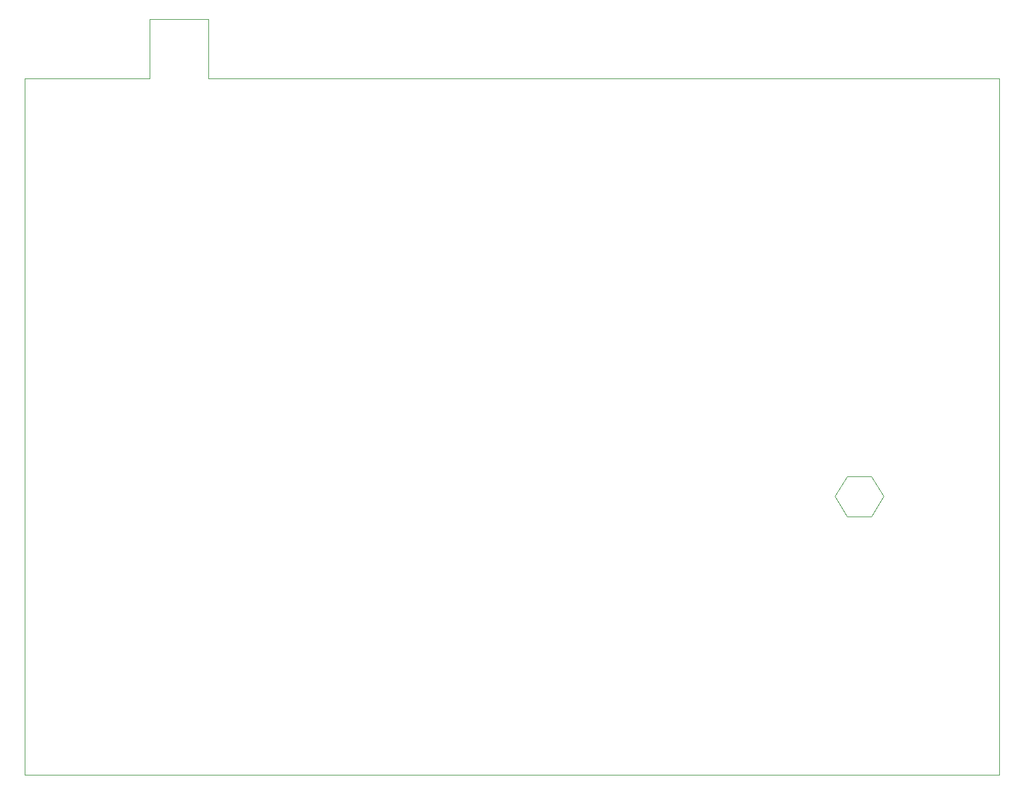
<source format=gbr>
%TF.GenerationSoftware,KiCad,Pcbnew,(7.0.0-0)*%
%TF.CreationDate,2023-03-19T23:49:49+09:00*%
%TF.ProjectId,11111_pcb,31313131-315f-4706-9362-2e6b69636164,rev?*%
%TF.SameCoordinates,Original*%
%TF.FileFunction,Profile,NP*%
%FSLAX46Y46*%
G04 Gerber Fmt 4.6, Leading zero omitted, Abs format (unit mm)*
G04 Created by KiCad (PCBNEW (7.0.0-0)) date 2023-03-19 23:49:49*
%MOMM*%
%LPD*%
G01*
G04 APERTURE LIST*
%TA.AperFunction,Profile*%
%ADD10C,0.100000*%
%TD*%
%TA.AperFunction,Profile*%
%ADD11C,0.050000*%
%TD*%
G04 APERTURE END LIST*
D10*
X205300000Y-28500000D02*
X205300000Y-20340000D01*
X188200000Y-123900000D02*
X321640000Y-123900000D01*
X213360000Y-20340000D02*
X213360000Y-28500000D01*
X205300000Y-20340000D02*
X213360000Y-20340000D01*
X321640000Y-28500000D02*
X321640000Y-123900000D01*
X213360000Y-28500000D02*
X321640000Y-28500000D01*
X188200000Y-123900000D02*
X188200000Y-28500000D01*
X188200000Y-28500000D02*
X205300000Y-28500000D01*
D11*
%TO.C,REF\u002A\u002A*%
X299143400Y-85770000D02*
X300801700Y-88520000D01*
X300801700Y-83020000D02*
X299143400Y-85770000D01*
X304118300Y-83020000D02*
X300801700Y-83020000D01*
X304118300Y-83020000D02*
X305776600Y-85770000D01*
X304118300Y-88520000D02*
X300801700Y-88520000D01*
X305776600Y-85770000D02*
X304118300Y-88520000D01*
%TD*%
M02*

</source>
